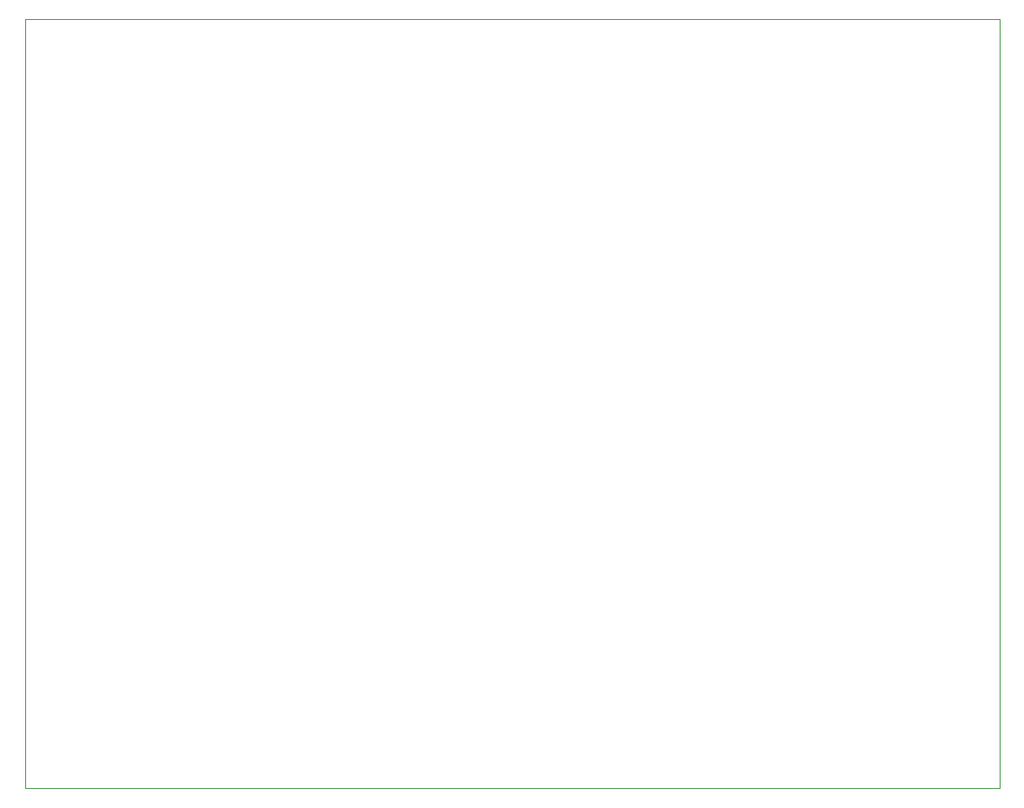
<source format=gbr>
%TF.GenerationSoftware,KiCad,Pcbnew,8.0.6*%
%TF.CreationDate,2024-11-03T20:55:09+02:00*%
%TF.ProjectId,G11_EMB_PCB1,4731315f-454d-4425-9f50-4342312e6b69,rev?*%
%TF.SameCoordinates,PX5f7e1b2PY7735940*%
%TF.FileFunction,Profile,NP*%
%FSLAX46Y46*%
G04 Gerber Fmt 4.6, Leading zero omitted, Abs format (unit mm)*
G04 Created by KiCad (PCBNEW 8.0.6) date 2024-11-03 20:55:09*
%MOMM*%
%LPD*%
G01*
G04 APERTURE LIST*
%TA.AperFunction,Profile*%
%ADD10C,0.100000*%
%TD*%
G04 APERTURE END LIST*
D10*
X0Y0D02*
X95000000Y0D01*
X95000000Y0D02*
X95000000Y75000000D01*
X0Y0D02*
X0Y75000000D01*
X0Y75000000D02*
X95000000Y75000000D01*
M02*

</source>
